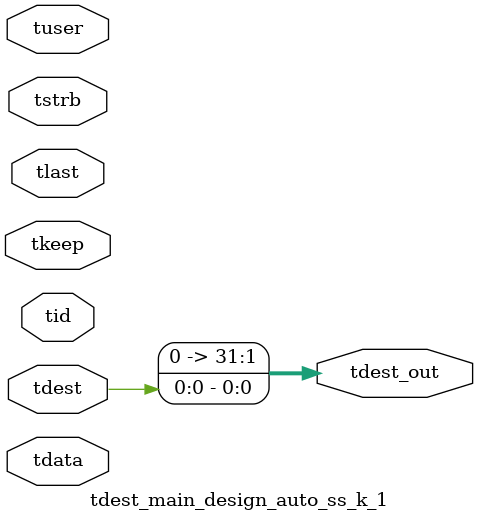
<source format=v>


`timescale 1ps/1ps

module tdest_main_design_auto_ss_k_1 #
(
parameter C_S_AXIS_TDATA_WIDTH = 32,
parameter C_S_AXIS_TUSER_WIDTH = 0,
parameter C_S_AXIS_TID_WIDTH   = 0,
parameter C_S_AXIS_TDEST_WIDTH = 0,
parameter C_M_AXIS_TDEST_WIDTH = 32
)
(
input  [(C_S_AXIS_TDATA_WIDTH == 0 ? 1 : C_S_AXIS_TDATA_WIDTH)-1:0     ] tdata,
input  [(C_S_AXIS_TUSER_WIDTH == 0 ? 1 : C_S_AXIS_TUSER_WIDTH)-1:0     ] tuser,
input  [(C_S_AXIS_TID_WIDTH   == 0 ? 1 : C_S_AXIS_TID_WIDTH)-1:0       ] tid,
input  [(C_S_AXIS_TDEST_WIDTH == 0 ? 1 : C_S_AXIS_TDEST_WIDTH)-1:0     ] tdest,
input  [(C_S_AXIS_TDATA_WIDTH/8)-1:0 ] tkeep,
input  [(C_S_AXIS_TDATA_WIDTH/8)-1:0 ] tstrb,
input                                                                    tlast,
output [C_M_AXIS_TDEST_WIDTH-1:0] tdest_out
);

assign tdest_out = {tdest[0:0]};

endmodule


</source>
